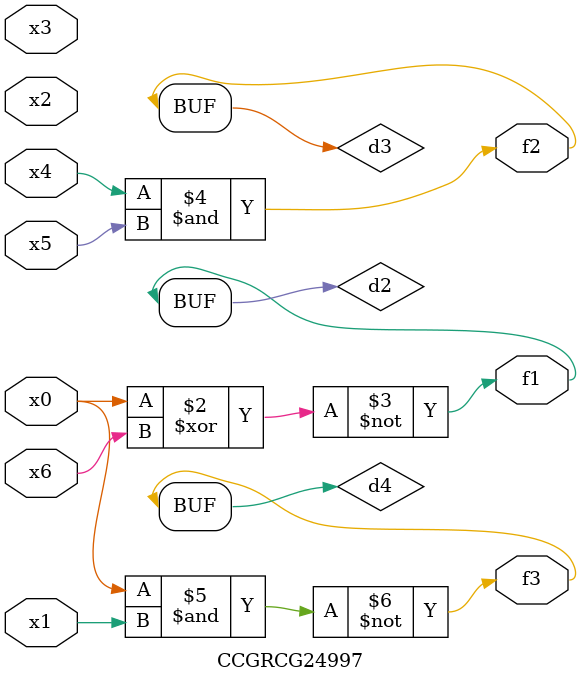
<source format=v>
module CCGRCG24997(
	input x0, x1, x2, x3, x4, x5, x6,
	output f1, f2, f3
);

	wire d1, d2, d3, d4;

	nor (d1, x0);
	xnor (d2, x0, x6);
	and (d3, x4, x5);
	nand (d4, x0, x1);
	assign f1 = d2;
	assign f2 = d3;
	assign f3 = d4;
endmodule

</source>
